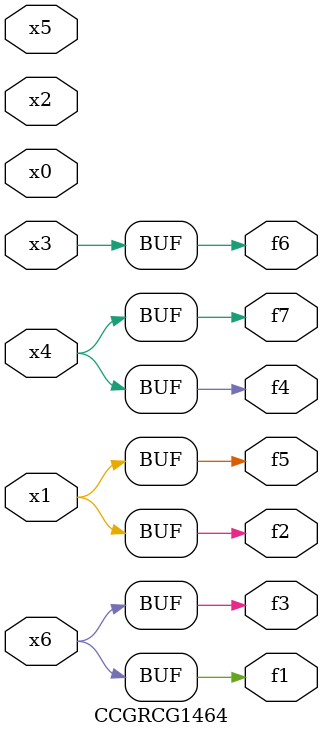
<source format=v>
module CCGRCG1464(
	input x0, x1, x2, x3, x4, x5, x6,
	output f1, f2, f3, f4, f5, f6, f7
);
	assign f1 = x6;
	assign f2 = x1;
	assign f3 = x6;
	assign f4 = x4;
	assign f5 = x1;
	assign f6 = x3;
	assign f7 = x4;
endmodule

</source>
